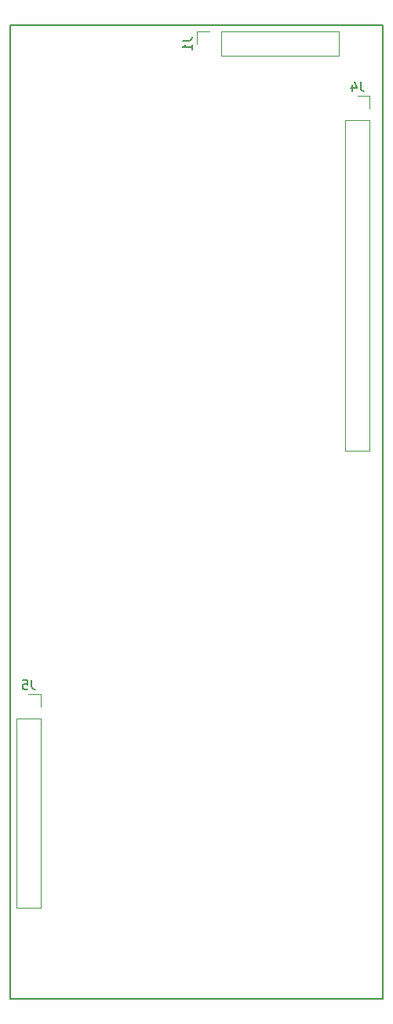
<source format=gbr>
%TF.GenerationSoftware,KiCad,Pcbnew,(5.0.1)-3*%
%TF.CreationDate,2019-04-27T14:05:43+01:00*%
%TF.ProjectId,Fractional clock divider top board,4672616374696F6E616C20636C6F636B,rev?*%
%TF.SameCoordinates,Original*%
%TF.FileFunction,Legend,Bot*%
%TF.FilePolarity,Positive*%
%FSLAX46Y46*%
G04 Gerber Fmt 4.6, Leading zero omitted, Abs format (unit mm)*
G04 Created by KiCad (PCBNEW (5.0.1)-3) date 27/04/2019 14:05:43*
%MOMM*%
%LPD*%
G01*
G04 APERTURE LIST*
%ADD10C,0.150000*%
%ADD11C,0.120000*%
G04 APERTURE END LIST*
D10*
X55250000Y-15000000D02*
X55250000Y-120000000D01*
X15000000Y-15000000D02*
X55250000Y-15000000D01*
X15000000Y-120000000D02*
X55250000Y-120000000D01*
X15000000Y-15000000D02*
X15000000Y-120000000D01*
D11*
X50530000Y-15670000D02*
X50530000Y-18330000D01*
X37770000Y-15670000D02*
X50530000Y-15670000D01*
X37770000Y-18330000D02*
X50530000Y-18330000D01*
X37770000Y-15670000D02*
X37770000Y-18330000D01*
X36500000Y-15670000D02*
X35170000Y-15670000D01*
X35170000Y-15670000D02*
X35170000Y-17000000D01*
X53830000Y-22670000D02*
X52500000Y-22670000D01*
X53830000Y-24000000D02*
X53830000Y-22670000D01*
X53830000Y-25270000D02*
X51170000Y-25270000D01*
X51170000Y-25270000D02*
X51170000Y-60890000D01*
X53830000Y-25270000D02*
X53830000Y-60890000D01*
X53830000Y-60890000D02*
X51170000Y-60890000D01*
X18330000Y-110150000D02*
X15670000Y-110150000D01*
X18330000Y-89770000D02*
X18330000Y-110150000D01*
X15670000Y-89770000D02*
X15670000Y-110150000D01*
X18330000Y-89770000D02*
X15670000Y-89770000D01*
X18330000Y-88500000D02*
X18330000Y-87170000D01*
X18330000Y-87170000D02*
X17000000Y-87170000D01*
D10*
X33622380Y-16666666D02*
X34336666Y-16666666D01*
X34479523Y-16619047D01*
X34574761Y-16523809D01*
X34622380Y-16380952D01*
X34622380Y-16285714D01*
X34622380Y-17666666D02*
X34622380Y-17095238D01*
X34622380Y-17380952D02*
X33622380Y-17380952D01*
X33765238Y-17285714D01*
X33860476Y-17190476D01*
X33908095Y-17095238D01*
X52833333Y-21122380D02*
X52833333Y-21836666D01*
X52880952Y-21979523D01*
X52976190Y-22074761D01*
X53119047Y-22122380D01*
X53214285Y-22122380D01*
X51928571Y-21455714D02*
X51928571Y-22122380D01*
X52166666Y-21074761D02*
X52404761Y-21789047D01*
X51785714Y-21789047D01*
X17333333Y-85622380D02*
X17333333Y-86336666D01*
X17380952Y-86479523D01*
X17476190Y-86574761D01*
X17619047Y-86622380D01*
X17714285Y-86622380D01*
X16380952Y-85622380D02*
X16857142Y-85622380D01*
X16904761Y-86098571D01*
X16857142Y-86050952D01*
X16761904Y-86003333D01*
X16523809Y-86003333D01*
X16428571Y-86050952D01*
X16380952Y-86098571D01*
X16333333Y-86193809D01*
X16333333Y-86431904D01*
X16380952Y-86527142D01*
X16428571Y-86574761D01*
X16523809Y-86622380D01*
X16761904Y-86622380D01*
X16857142Y-86574761D01*
X16904761Y-86527142D01*
M02*

</source>
